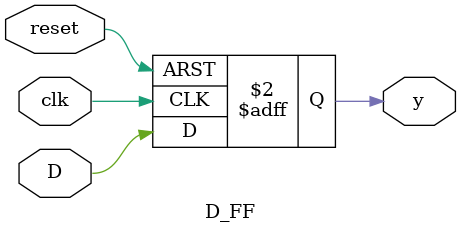
<source format=v>
`timescale 1ns / 1ps
module D_FF(
    input clk,
    input reset,
    input D,
    output reg y
);

    always @ (posedge clk or posedge reset)
    begin
        if (reset)
            y <= 0;
        else
            y <= D;
    end
endmodule

</source>
